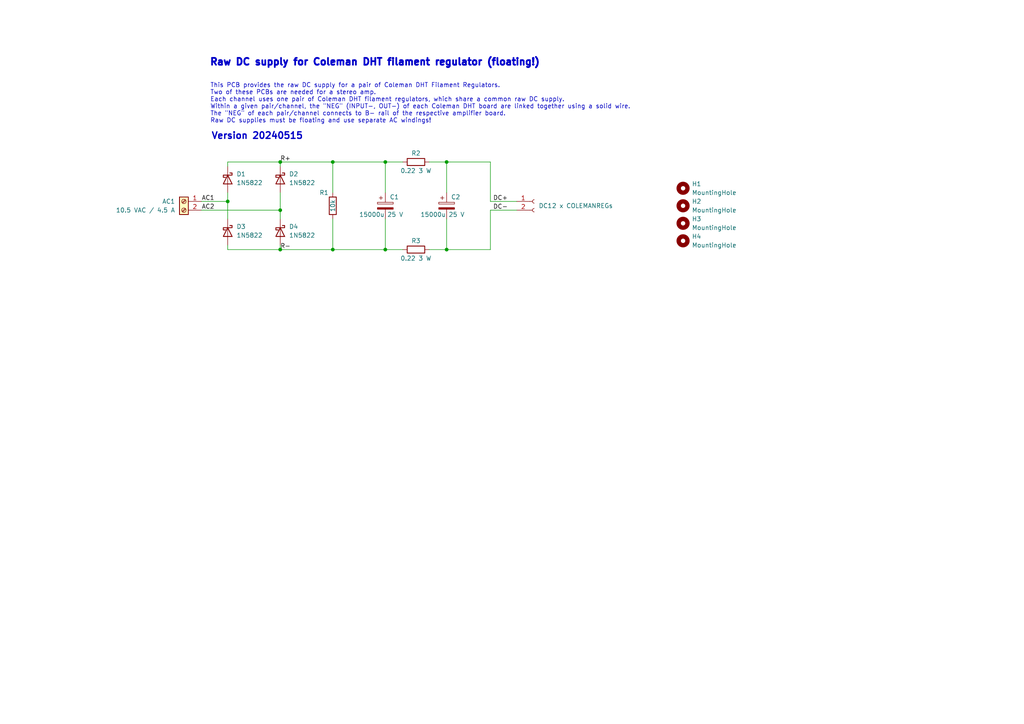
<source format=kicad_sch>
(kicad_sch (version 20231120) (generator "eeschema") (generator_version "8.0")
  (paper "A4")
  (lib_symbols
    (symbol "Connector:Conn_01x02_Socket" (pin_names (offset 1.016) hide)
      (property "Reference" "J" (at 0 2.54 0))
      (property "Value" "Conn_01x02_Socket" (at 0 -5.08 0))
      (symbol "Conn_01x02_Socket_1_1"
        (arc (start 0 -2.032) (mid -0.5058 -2.54) (end 0 -3.048) (stroke (width 0.1524)))
        (polyline (pts (xy -1.27 -2.54) (xy -0.508 -2.54)) (stroke (width 0.1524)))
        (polyline (pts (xy -1.27 0) (xy -0.508 0)) (stroke (width 0.1524)))
        (arc (start 0 0.508) (mid -0.5058 0) (end 0 -0.508) (stroke (width 0.1524)))
        (pin passive line (at -5.08 0 0) (length 3.81) (name "Pin_1") (number "1"))
        (pin passive line (at -5.08 -2.54 0) (length 3.81) (name "Pin_2") (number "2"))
      )
    )
    (symbol "Connector:Screw_Terminal_01x02" (pin_names (offset 1.016) hide)
      (property "Reference" "J" (at 0 2.54 0))
      (property "Value" "Screw_Terminal_01x02" (at 0 -5.08 0))
      (symbol "Screw_Terminal_01x02_1_1"
        (rectangle (start -1.27 1.27) (end 1.27 -3.81) (stroke (width 0.254)) (fill (type background)))
        (circle (center 0 -2.54) (radius 0.635) (stroke (width 0.1524)))
        (polyline (pts (xy -0.5334 -2.2098) (xy 0.3302 -3.048)) (stroke (width 0.1524)))
        (polyline (pts (xy -0.5334 0.3302) (xy 0.3302 -0.508)) (stroke (width 0.1524)))
        (polyline (pts (xy -0.3556 -2.032) (xy 0.508 -2.8702)) (stroke (width 0.1524)))
        (polyline (pts (xy -0.3556 0.508) (xy 0.508 -0.3302)) (stroke (width 0.1524)))
        (circle (center 0 0) (radius 0.635) (stroke (width 0.1524)))
        (pin passive line (at -5.08 0 0) (length 3.81) (name "Pin_1") (number "1"))
        (pin passive line (at -5.08 -2.54 0) (length 3.81) (name "Pin_2") (number "2"))
      )
    )
    (symbol "Device:C_Polarized" (pin_numbers hide) (pin_names (offset 0.254))
      (property "Reference" "C" (at 0.635 2.54 0))
      (property "Value" "C_Polarized" (at 0.635 -2.54 0))
      (symbol "C_Polarized_0_1"
        (rectangle (start -2.286 0.508) (end 2.286 1.016))
        (polyline (pts (xy -1.778 2.286) (xy -0.762 2.286)))
        (polyline (pts (xy -1.27 2.794) (xy -1.27 1.778)))
        (rectangle (start 2.286 -0.508) (end -2.286 -1.016) (fill (type outline)))
      )
      (symbol "C_Polarized_1_1"
        (pin passive line (at 0 3.81 270) (length 2.794) (name "~") (number "1"))
        (pin passive line (at 0 -3.81 90) (length 2.794) (name "~") (number "2"))
      )
    )
    (symbol "Device:R" (pin_numbers hide) (pin_names (offset 0))
      (property "Reference" "R" (at 2.032 0 90))
      (property "Value" "R" (at 0 0 90))
      (symbol "R_0_1"
        (rectangle (start -1.016 -2.54) (end 1.016 2.54) (stroke (width 0.254)))
      )
      (symbol "R_1_1"
        (pin passive line (at 0 3.81 270) (length 1.27) (name "~") (number "1"))
        (pin passive line (at 0 -3.81 90) (length 1.27) (name "~") (number "2"))
      )
    )
    (symbol "Diode:1N5822" (pin_numbers hide) (pin_names (offset 1.016) hide)
      (property "Reference" "D" (at 0 2.54 0))
      (property "Value" "1N5822" (at 0 -2.54 0))
      (symbol "1N5822_0_1"
        (polyline (pts (xy 1.27 0) (xy -1.27 0)))
        (polyline (pts (xy 1.27 1.27) (xy 1.27 -1.27) (xy -1.27 0) (xy 1.27 1.27)) (stroke (width 0.254)))
        (polyline (pts (xy -1.905 0.635) (xy -1.905 1.27) (xy -1.27 1.27) (xy -1.27 -1.27) (xy -0.635 -1.27) (xy -0.635 -0.635)) (stroke (width 0.254)))
      )
      (symbol "1N5822_1_1"
        (pin passive line (at -3.81 0 0) (length 2.54) (name "K") (number "1"))
        (pin passive line (at 3.81 0 180) (length 2.54) (name "A") (number "2"))
      )
    )
    (symbol "Mechanical:MountingHole" (pin_names (offset 1.016))
      (property "Reference" "H" (at 0 5.08 0))
      (property "Value" "MountingHole" (at 0 3.175 0))
      (symbol "MountingHole_0_1"
        (circle (center 0 0) (radius 1.27) (stroke (width 1.27)))
      )
    )
  )
  (junction (at 129.54 72.39))
  (junction (at 96.52 46.99))
  (junction (at 96.52 72.39))
  (junction (at 129.54 46.99))
  (junction (at 81.28 72.39))
  (junction (at 66.04 58.42))
  (junction (at 111.76 72.39))
  (junction (at 111.76 46.99))
  (junction (at 81.28 46.99))
  (junction (at 81.28 60.96))
  (wire (pts (xy 81.28 72.39) (xy 81.28 71.12)))
  (wire (pts (xy 58.42 58.42) (xy 66.04 58.42)))
  (wire (pts (xy 129.54 46.99) (xy 142.24 46.99)))
  (wire (pts (xy 142.24 60.96) (xy 142.24 72.39)))
  (wire (pts (xy 111.76 46.99) (xy 96.52 46.99)))
  (wire (pts (xy 81.28 60.96) (xy 81.28 63.5)))
  (wire (pts (xy 129.54 63.5) (xy 129.54 72.39)))
  (wire (pts (xy 129.54 72.39) (xy 142.24 72.39)))
  (wire (pts (xy 96.52 46.99) (xy 81.28 46.99)))
  (wire (pts (xy 66.04 48.26) (xy 66.04 46.99)))
  (wire (pts (xy 129.54 55.88) (xy 129.54 46.99)))
  (wire (pts (xy 124.46 46.99) (xy 129.54 46.99)))
  (wire (pts (xy 66.04 46.99) (xy 81.28 46.99)))
  (wire (pts (xy 142.24 46.99) (xy 142.24 58.42)))
  (wire (pts (xy 124.46 72.39) (xy 129.54 72.39)))
  (wire (pts (xy 66.04 71.12) (xy 66.04 72.39)))
  (wire (pts (xy 66.04 72.39) (xy 81.28 72.39)))
  (wire (pts (xy 111.76 72.39) (xy 116.84 72.39)))
  (wire (pts (xy 142.24 60.96) (xy 149.86 60.96)))
  (wire (pts (xy 96.52 46.99) (xy 96.52 55.88)))
  (wire (pts (xy 142.24 58.42) (xy 149.86 58.42)))
  (wire (pts (xy 96.52 63.5) (xy 96.52 72.39)))
  (wire (pts (xy 111.76 46.99) (xy 116.84 46.99)))
  (wire (pts (xy 81.28 55.88) (xy 81.28 60.96)))
  (wire (pts (xy 66.04 58.42) (xy 66.04 63.5)))
  (wire (pts (xy 81.28 46.99) (xy 81.28 48.26)))
  (wire (pts (xy 111.76 63.5) (xy 111.76 72.39)))
  (wire (pts (xy 96.52 72.39) (xy 81.28 72.39)))
  (wire (pts (xy 58.42 60.96) (xy 81.28 60.96)))
  (wire (pts (xy 111.76 55.88) (xy 111.76 46.99)))
  (wire (pts (xy 66.04 58.42) (xy 66.04 55.88)))
  (wire (pts (xy 111.76 72.39) (xy 96.52 72.39)))
  (text "Version 20240515" (at 61.214 40.64 0) (effects (font (size 1.905 1.905) (thickness 0.381) (bold yes)) (justify left bottom)))
  (text "This PCB provides the raw DC supply for a pair of Coleman DHT Filament Regulators.\nTwo of these PCBs are needed for a stereo amp.\nEach channel uses one pair of Coleman DHT filament regulators, which share a common raw DC supply.\nWithin a given pair/channel, the \"NEG\" (INPUT-, OUT-) of each Coleman DHT board are linked together using a solid wire.\nThe \"NEG\" of each pair/channel connects to B- rail of the respective amplifier board.\nRaw DC supplies must be floating and use separate AC windings!" (at 60.96 35.814 0) (effects (font (size 1.27 1.27)) (justify left bottom)))
  (text "Raw DC supply for Coleman DHT filament regulator (floating!)" (at 60.706 19.304 0) (effects (font (size 2 2) (thickness 0.508) (bold yes)) (justify left bottom)))
  (label "DC+" (at 147.32 58.42 180))
  (label "R+" (at 81.28 46.99 0))
  (label "R-" (at 81.28 72.39 0))
  (label "DC-" (at 147.32 60.96 180))
  (label "AC1" (at 62.23 58.42 180))
  (label "AC2" (at 62.23 60.96 180))
  (symbol (lib_id "Device:R") (at 96.52 59.69 0) (unit 1)
    (property "Reference" "R1" (at 93.98 55.88 0))
    (property "Value" "10k" (at 96.52 59.69 90))
    (property "Footprint" "Resistor_THT:R_Axial_DIN0207_L6.3mm_D2.5mm_P2.54mm_Vertical" (effects (hide yes)))
    (property "Datasheet" "https://www.vishay.com/doc?31018" (effects (hide yes)))
    (property "MPN" "CMF5510K000" (effects (hide yes)))
  )
  (symbol (lib_id "Diode:1N5822") (at 66.04 67.31 270) (unit 1)
    (property "Reference" "D3" (at 68.58 65.7224 90) (effects (justify left)))
    (property "Value" "1N5822" (at 68.58 68.2624 90) (effects (justify left)))
    (property "Footprint" "Diode_THT:D_DO-201AD_P15.24mm_Horizontal" (effects (hide yes)))
    (property "Datasheet" "http://www.vishay.com/docs/88526/1n5820.pdf" (effects (hide yes)))
    (property "MPN" "1N5822" (effects (hide yes)))
  )
  (symbol (lib_id "Diode:1N5822") (at 66.04 52.07 270) (unit 1)
    (property "Reference" "D1" (at 68.58 50.4825 90) (effects (justify left)))
    (property "Value" "1N5822" (at 68.58 53.0225 90) (effects (justify left)))
    (property "Footprint" "Diode_THT:D_DO-201AD_P15.24mm_Horizontal" (effects (hide yes)))
    (property "Datasheet" "http://www.vishay.com/docs/88526/1n5820.pdf" (effects (hide yes)))
    (property "MPN" "1N5822" (effects (hide yes)))
  )
  (symbol (lib_id "Device:R") (at 120.65 46.99 90) (unit 1)
    (property "Reference" "R2" (at 120.65 44.45 90))
    (property "Value" "0.22 3 W" (at 120.65 49.53 90))
    (property "Footprint" "Resistor_THT:R_Axial_DIN0414_L11.9mm_D4.5mm_P5.08mm_Vertical" (effects (hide yes)))
    (property "Datasheet" "https://www.vishay.com/doc?31021" (effects (hide yes)))
    (property "MPN" "CPF3R22000GNB14 " (effects (hide yes)))
  )
  (symbol (lib_id "Mechanical:MountingHole") (at 198.12 69.85 0) (unit 1)
    (property "Reference" "H4" (at 200.66 68.58 0) (effects (justify left)))
    (property "Value" "MountingHole" (at 200.66 71.12 0) (effects (justify left)))
    (property "Footprint" "MountingHole:MountingHole_3.2mm_M3" (effects (hide yes)))
  )
  (symbol (lib_id "Mechanical:MountingHole") (at 198.12 64.77 0) (unit 1)
    (property "Reference" "H3" (at 200.66 63.5 0) (effects (justify left)))
    (property "Value" "MountingHole" (at 200.66 66.04 0) (effects (justify left)))
    (property "Footprint" "MountingHole:MountingHole_3.2mm_M3" (effects (hide yes)))
  )
  (symbol (lib_id "Device:C_Polarized") (at 129.54 59.69 0) (unit 1)
    (property "Reference" "C2" (at 130.81 57.15 0) (effects (justify left)))
    (property "Value" "15000u 25 V" (at 121.92 62.23 0) (effects (justify left)))
    (property "Footprint" "Capacitor_THT:CP_Radial_D25.0mm_P10.00mm_SnapIn" (effects (hide yes)))
    (property "Datasheet" "https://www.cde.com/resources/catalogs/SLPX.pdf" (effects (hide yes)))
    (property "MPN" "SLPX153M025C7P3" (effects (hide yes)))
  )
  (symbol (lib_id "Diode:1N5822") (at 81.28 67.31 270) (unit 1)
    (property "Reference" "D4" (at 83.82 65.7225 90) (effects (justify left)))
    (property "Value" "1N5822" (at 83.82 68.2625 90) (effects (justify left)))
    (property "Footprint" "Diode_THT:D_DO-201AD_P15.24mm_Horizontal" (effects (hide yes)))
    (property "Datasheet" "http://www.vishay.com/docs/88526/1n5820.pdf" (effects (hide yes)))
    (property "MPN" "1N5822" (effects (hide yes)))
  )
  (symbol (lib_id "Mechanical:MountingHole") (at 198.12 54.61 0) (unit 1)
    (property "Reference" "H1" (at 200.66 53.34 0) (effects (justify left)))
    (property "Value" "MountingHole" (at 200.66 55.88 0) (effects (justify left)))
    (property "Footprint" "MountingHole:MountingHole_3.2mm_M3" (effects (hide yes)))
  )
  (symbol (lib_id "Connector:Screw_Terminal_01x02") (at 53.34 58.42 0) (mirror y) (unit 1)
    (property "Reference" "AC1" (at 50.8 58.42 0) (effects (justify left)))
    (property "Value" "10.5 VAC / 4.5 A" (at 50.8 60.96 0) (effects (justify left)))
    (property "Footprint" "TerminalBlock_Phoenix:TerminalBlock_Phoenix_MKDS-1,5-2-5.08_1x02_P5.08mm_Horizontal" (effects (hide yes)))
    (property "Datasheet" "https://www.phoenixcontact.com/us/products/1729128/pdf" (effects (hide yes)))
    (property "MPN" "1729128" (effects (hide yes)))
  )
  (symbol (lib_id "Diode:1N5822") (at 81.28 52.07 270) (unit 1)
    (property "Reference" "D2" (at 83.82 50.4824 90) (effects (justify left)))
    (property "Value" "1N5822" (at 83.82 53.0224 90) (effects (justify left)))
    (property "Footprint" "Diode_THT:D_DO-201AD_P15.24mm_Horizontal" (effects (hide yes)))
    (property "Datasheet" "http://www.vishay.com/docs/88526/1n5820.pdf" (effects (hide yes)))
    (property "MPN" "1N5822" (effects (hide yes)))
  )
  (symbol (lib_id "Mechanical:MountingHole") (at 198.12 59.69 0) (unit 1)
    (property "Reference" "H2" (at 200.66 58.42 0) (effects (justify left)))
    (property "Value" "MountingHole" (at 200.66 60.96 0) (effects (justify left)))
    (property "Footprint" "MountingHole:MountingHole_3.2mm_M3" (effects (hide yes)))
  )
  (symbol (lib_id "Device:C_Polarized") (at 111.76 59.69 0) (unit 1)
    (property "Reference" "C1" (at 113.03 57.15 0) (effects (justify left)))
    (property "Value" "15000u 25 V" (at 104.14 62.23 0) (effects (justify left)))
    (property "Footprint" "Capacitor_THT:CP_Radial_D25.0mm_P10.00mm_SnapIn" (effects (hide yes)))
    (property "Datasheet" "https://www.cde.com/resources/catalogs/SLPX.pdf" (effects (hide yes)))
    (property "MPN" "SLPX153M025C7P3" (effects (hide yes)))
  )
  (symbol (lib_id "Connector:Conn_01x02_Socket") (at 154.94 58.42 0) (unit 1)
    (property "Reference" "DC1" (at 156.21 59.69 0) (effects (justify left)))
    (property "Value" "2 x COLEMANREGs" (at 160.02 59.69 0) (effects (justify left)))
    (property "Footprint" "Connector_Molex:Molex_KK-396_A-41791-0002_1x02_P3.96mm_Vertical" (effects (hide yes)))
    (property "Datasheet" "https://www.molex.com/en-us/products/part-detail/417910849?display=pdf" (effects (hide yes)))
    (property "MPN" "41791-0849" (effects (hide yes)))
  )
  (symbol (lib_id "Device:R") (at 120.65 72.39 90) (unit 1)
    (property "Reference" "R3" (at 120.65 69.85 90))
    (property "Value" "0.22 3 W" (at 120.65 74.93 90))
    (property "Footprint" "Resistor_THT:R_Axial_DIN0414_L11.9mm_D4.5mm_P5.08mm_Vertical" (effects (hide yes)))
    (property "Datasheet" "https://www.vishay.com/doc?31021" (effects (hide yes)))
    (property "MPN" "CPF3R22000GNB14 " (effects (hide yes)))
  )
)
</source>
